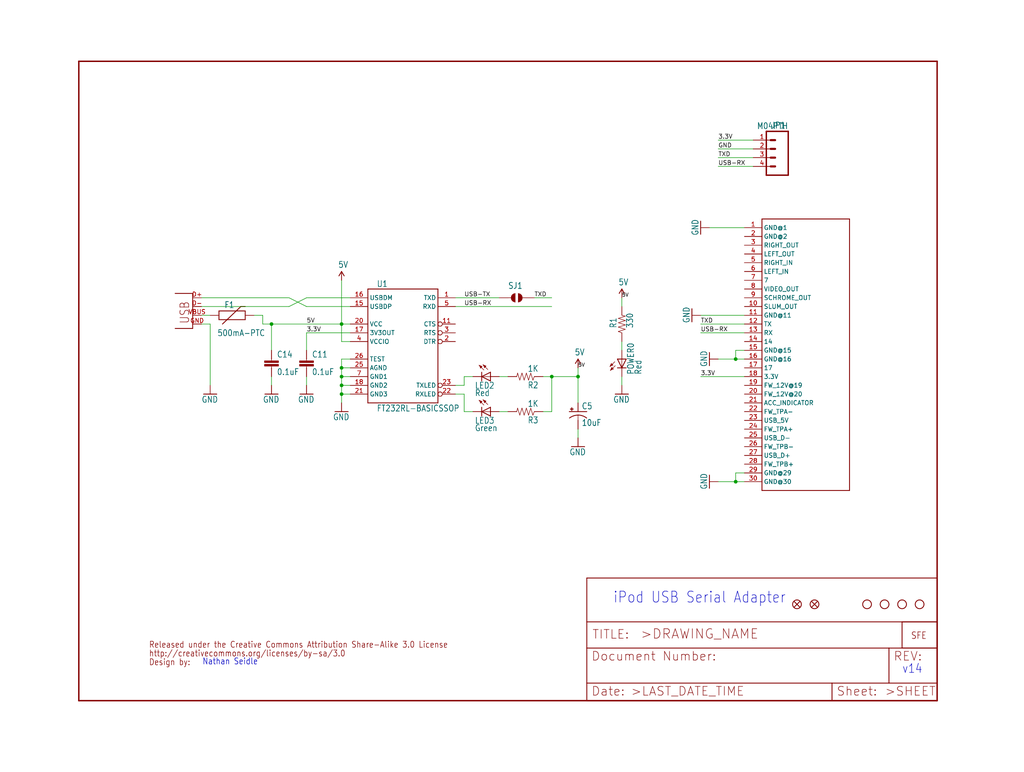
<source format=kicad_sch>
(kicad_sch (version 20211123) (generator eeschema)
  (paper "User" 297.002 223.926)
  (lib_symbols
    (symbol "schematicEagle-eagle-import:5V" (power)
      (property "Value" "5V" (at -1.016 3.556 0))
      (symbol "5V_1_0"
        (polyline (pts (xy 0 2.54) (xy -0.762 1.27)) (stroke (width 0.254)))
        (polyline (pts (xy 0.762 1.27) (xy 0 2.54)) (stroke (width 0.254)))
        (pin power_in line (at 0 0 90) (length 2.54) (name "5V") (number "1"))
      )
    )
    (symbol "schematicEagle-eagle-import:CAP0402"
      (property "Reference" "C" (at 1.524 2.921 0))
      (property "Value" "CAP0402" (at 1.524 -2.159 0))
      (symbol "CAP0402_1_0"
        (rectangle (start -2.032 0.508) (end 2.032 1.016) (fill (type outline)))
        (rectangle (start -2.032 1.524) (end 2.032 2.032) (fill (type outline)))
        (polyline (pts (xy 0 0) (xy 0 0.508)) (stroke (width 0.1524)))
        (polyline (pts (xy 0 2.54) (xy 0 2.032)) (stroke (width 0.1524)))
        (pin passive line (at 0 5.08 270) (length 2.54) (name "1") (number "1"))
        (pin passive line (at 0 -2.54 90) (length 2.54) (name "2") (number "2"))
      )
    )
    (symbol "schematicEagle-eagle-import:CAP_POL1206"
      (property "Reference" "C" (at 1.016 0.635 0))
      (property "Value" "CAP_POL1206" (at 1.016 -4.191 0))
      (symbol "CAP_POL1206_1_0"
        (rectangle (start -2.253 0.668) (end -1.364 0.795) (fill (type outline)))
        (rectangle (start -1.872 0.287) (end -1.745 1.176) (fill (type outline)))
        (arc (start 0 -1.0161) (mid -1.3021 -1.2302) (end -2.4669 -1.8504) (stroke (width 0.254)))
        (polyline (pts (xy -2.54 0) (xy 2.54 0)) (stroke (width 0.254)))
        (polyline (pts (xy 0 -1.016) (xy 0 -2.54)) (stroke (width 0.1524)))
        (arc (start 2.4892 -1.8542) (mid 1.3158 -1.2195) (end 0 -1) (stroke (width 0.254)))
        (pin passive line (at 0 2.54 270) (length 2.54) (name "+") (number "A"))
        (pin passive line (at 0 -5.08 90) (length 2.54) (name "-") (number "C"))
      )
    )
    (symbol "schematicEagle-eagle-import:CREATIVE_COMMONS"
      (symbol "CREATIVE_COMMONS_1_0"
        (text "Design by:" (at 0 0 0) (effects (font (size 1.778 1.5113)) (justify left bottom)))
        (text "http://creativecommons.org/licenses/by-sa/3.0" (at 0 2.54 0) (effects (font (size 1.778 1.5113)) (justify left bottom)))
        (text "Released under the Creative Commons Attribution Share-Alike 3.0 License" (at 0 5.08 0) (effects (font (size 1.778 1.5113)) (justify left bottom)))
      )
    )
    (symbol "schematicEagle-eagle-import:FIDUCIAL1X2"
      (symbol "FIDUCIAL1X2_1_0"
        (polyline (pts (xy -0.762 0.762) (xy 0.762 -0.762)) (stroke (width 0.254)))
        (polyline (pts (xy 0.762 0.762) (xy -0.762 -0.762)) (stroke (width 0.254)))
        (circle (center 0 0) (radius 1.27) (stroke (width 0.254)))
      )
    )
    (symbol "schematicEagle-eagle-import:FRAME-LETTER"
      (symbol "FRAME-LETTER_1_0"
        (polyline (pts (xy 0 0) (xy 248.92 0)) (stroke (width 0.4064)))
        (polyline (pts (xy 0 185.42) (xy 0 0)) (stroke (width 0.4064)))
        (polyline (pts (xy 0 185.42) (xy 248.92 185.42)) (stroke (width 0.4064)))
        (polyline (pts (xy 248.92 185.42) (xy 248.92 0)) (stroke (width 0.4064)))
      )
      (symbol "FRAME-LETTER_2_0"
        (polyline (pts (xy 0 0) (xy 0 5.08)) (stroke (width 0.254)))
        (polyline (pts (xy 0 0) (xy 71.12 0)) (stroke (width 0.254)))
        (polyline (pts (xy 0 5.08) (xy 0 15.24)) (stroke (width 0.254)))
        (polyline (pts (xy 0 5.08) (xy 71.12 5.08)) (stroke (width 0.254)))
        (polyline (pts (xy 0 15.24) (xy 0 22.86)) (stroke (width 0.254)))
        (polyline (pts (xy 0 22.86) (xy 0 35.56)) (stroke (width 0.254)))
        (polyline (pts (xy 0 22.86) (xy 101.6 22.86)) (stroke (width 0.254)))
        (polyline (pts (xy 71.12 0) (xy 101.6 0)) (stroke (width 0.254)))
        (polyline (pts (xy 71.12 5.08) (xy 71.12 0)) (stroke (width 0.254)))
        (polyline (pts (xy 71.12 5.08) (xy 87.63 5.08)) (stroke (width 0.254)))
        (polyline (pts (xy 87.63 5.08) (xy 101.6 5.08)) (stroke (width 0.254)))
        (polyline (pts (xy 87.63 15.24) (xy 0 15.24)) (stroke (width 0.254)))
        (polyline (pts (xy 87.63 15.24) (xy 87.63 5.08)) (stroke (width 0.254)))
        (polyline (pts (xy 101.6 5.08) (xy 101.6 0)) (stroke (width 0.254)))
        (polyline (pts (xy 101.6 15.24) (xy 87.63 15.24)) (stroke (width 0.254)))
        (polyline (pts (xy 101.6 15.24) (xy 101.6 5.08)) (stroke (width 0.254)))
        (polyline (pts (xy 101.6 22.86) (xy 101.6 15.24)) (stroke (width 0.254)))
        (polyline (pts (xy 101.6 35.56) (xy 0 35.56)) (stroke (width 0.254)))
        (polyline (pts (xy 101.6 35.56) (xy 101.6 22.86)) (stroke (width 0.254)))
        (text ">DRAWING_NAME" (at 15.494 17.78 0) (effects (font (size 2.7432 2.7432)) (justify left bottom)))
        (text ">LAST_DATE_TIME" (at 12.7 1.27 0) (effects (font (size 2.54 2.54)) (justify left bottom)))
        (text ">SHEET" (at 86.36 1.27 0) (effects (font (size 2.54 2.54)) (justify left bottom)))
        (text "Date:" (at 1.27 1.27 0) (effects (font (size 2.54 2.54)) (justify left bottom)))
        (text "Document Number:" (at 1.27 11.43 0) (effects (font (size 2.54 2.54)) (justify left bottom)))
        (text "REV:" (at 88.9 11.43 0) (effects (font (size 2.54 2.54)) (justify left bottom)))
        (text "Sheet:" (at 72.39 1.27 0) (effects (font (size 2.54 2.54)) (justify left bottom)))
        (text "TITLE:" (at 1.524 17.78 0) (effects (font (size 2.54 2.54)) (justify left bottom)))
      )
    )
    (symbol "schematicEagle-eagle-import:FT232RL-BASICSSOP"
      (property "Value" "FT232RL-BASICSSOP" (at -7.62 -20.32 0))
      (symbol "FT232RL-BASICSSOP_1_0"
        (polyline (pts (xy -10.16 -17.78) (xy -10.16 15.24)) (stroke (width 0.254)))
        (polyline (pts (xy -10.16 15.24) (xy 10.16 15.24)) (stroke (width 0.254)))
        (polyline (pts (xy 10.16 -17.78) (xy -10.16 -17.78)) (stroke (width 0.254)))
        (polyline (pts (xy 10.16 15.24) (xy 10.16 -17.78)) (stroke (width 0.254)))
        (pin output line (at 15.24 12.7 180) (length 5.08) (name "TXD") (number "1"))
        (pin bidirectional inverted (at 15.24 5.08 180) (length 5.08) (name "CTS") (number "11"))
        (pin bidirectional line (at -15.24 10.16 0) (length 5.08) (name "USBDP") (number "15"))
        (pin bidirectional line (at -15.24 12.7 0) (length 5.08) (name "USBDM") (number "16"))
        (pin output line (at -15.24 2.54 0) (length 5.08) (name "3V3OUT") (number "17"))
        (pin power_in line (at -15.24 -12.7 0) (length 5.08) (name "GND2") (number "18"))
        (pin bidirectional inverted (at 15.24 0 180) (length 5.08) (name "DTR") (number "2"))
        (pin power_in line (at -15.24 5.08 0) (length 5.08) (name "VCC") (number "20"))
        (pin power_in line (at -15.24 -15.24 0) (length 5.08) (name "GND3") (number "21"))
        (pin bidirectional inverted (at 15.24 -15.24 180) (length 5.08) (name "RXLED") (number "22"))
        (pin bidirectional inverted (at 15.24 -12.7 180) (length 5.08) (name "TXLED") (number "23"))
        (pin power_in line (at -15.24 -7.62 0) (length 5.08) (name "AGND") (number "25"))
        (pin input line (at -15.24 -5.08 0) (length 5.08) (name "TEST") (number "26"))
        (pin bidirectional inverted (at 15.24 2.54 180) (length 5.08) (name "RTS") (number "3"))
        (pin power_in line (at -15.24 0 0) (length 5.08) (name "VCCIO") (number "4"))
        (pin input line (at 15.24 10.16 180) (length 5.08) (name "RXD") (number "5"))
        (pin power_in line (at -15.24 -10.16 0) (length 5.08) (name "GND1") (number "7"))
      )
    )
    (symbol "schematicEagle-eagle-import:GND" (power)
      (property "Value" "GND" (at -2.54 -2.54 0))
      (symbol "GND_1_0"
        (polyline (pts (xy -1.905 0) (xy 1.905 0)) (stroke (width 0.254)))
        (pin power_in line (at 0 2.54 270) (length 2.54) (name "GND") (number "1"))
      )
    )
    (symbol "schematicEagle-eagle-import:IPOD_CONNECTOR_FEMALE"
      (symbol "IPOD_CONNECTOR_FEMALE_1_0"
        (polyline (pts (xy -12.7 -40.64) (xy 12.7 -40.64)) (stroke (width 0.254)))
        (polyline (pts (xy -12.7 38.1) (xy -12.7 -40.64)) (stroke (width 0.254)))
        (polyline (pts (xy 12.7 -40.64) (xy 12.7 38.1)) (stroke (width 0.254)))
        (polyline (pts (xy 12.7 38.1) (xy -12.7 38.1)) (stroke (width 0.254)))
        (pin bidirectional line (at -17.78 35.56 0) (length 5.08) (name "GND@1") (number "1"))
        (pin bidirectional line (at -17.78 12.7 0) (length 5.08) (name "SLUM_OUT") (number "10"))
        (pin bidirectional line (at -17.78 10.16 0) (length 5.08) (name "GND@11") (number "11"))
        (pin bidirectional line (at -17.78 7.62 0) (length 5.08) (name "TX") (number "12"))
        (pin bidirectional line (at -17.78 5.08 0) (length 5.08) (name "RX") (number "13"))
        (pin bidirectional line (at -17.78 2.54 0) (length 5.08) (name "14") (number "14"))
        (pin bidirectional line (at -17.78 0 0) (length 5.08) (name "GND@15") (number "15"))
        (pin bidirectional line (at -17.78 -2.54 0) (length 5.08) (name "GND@16") (number "16"))
        (pin bidirectional line (at -17.78 -5.08 0) (length 5.08) (name "17") (number "17"))
        (pin bidirectional line (at -17.78 -7.62 0) (length 5.08) (name "3.3V") (number "18"))
        (pin bidirectional line (at -17.78 -10.16 0) (length 5.08) (name "FW_12V@19") (number "19"))
        (pin bidirectional line (at -17.78 33.02 0) (length 5.08) (name "GND@2") (number "2"))
        (pin bidirectional line (at -17.78 -12.7 0) (length 5.08) (name "FW_12V@20") (number "20"))
        (pin bidirectional line (at -17.78 -15.24 0) (length 5.08) (name "ACC_INDICATOR") (number "21"))
        (pin bidirectional line (at -17.78 -17.78 0) (length 5.08) (name "FW_TPA-") (number "22"))
        (pin bidirectional line (at -17.78 -20.32 0) (length 5.08) (name "USB_5V") (number "23"))
        (pin bidirectional line (at -17.78 -22.86 0) (length 5.08) (name "FW_TPA+") (number "24"))
        (pin bidirectional line (at -17.78 -25.4 0) (length 5.08) (name "USB_D-") (number "25"))
        (pin bidirectional line (at -17.78 -27.94 0) (length 5.08) (name "FW_TPB-") (number "26"))
        (pin bidirectional line (at -17.78 -30.48 0) (length 5.08) (name "USB_D+") (number "27"))
        (pin bidirectional line (at -17.78 -33.02 0) (length 5.08) (name "FW_TPB+") (number "28"))
        (pin bidirectional line (at -17.78 -35.56 0) (length 5.08) (name "GND@29") (number "29"))
        (pin bidirectional line (at -17.78 30.48 0) (length 5.08) (name "RIGHT_OUT") (number "3"))
        (pin bidirectional line (at -17.78 -38.1 0) (length 5.08) (name "GND@30") (number "30"))
        (pin bidirectional line (at -17.78 27.94 0) (length 5.08) (name "LEFT_OUT") (number "4"))
        (pin bidirectional line (at -17.78 25.4 0) (length 5.08) (name "RIGHT_IN") (number "5"))
        (pin bidirectional line (at -17.78 22.86 0) (length 5.08) (name "LEFT_IN") (number "6"))
        (pin bidirectional line (at -17.78 20.32 0) (length 5.08) (name "7") (number "7"))
        (pin bidirectional line (at -17.78 17.78 0) (length 5.08) (name "VIDEO_OUT") (number "8"))
        (pin bidirectional line (at -17.78 15.24 0) (length 5.08) (name "SCHROME_OUT") (number "9"))
      )
    )
    (symbol "schematicEagle-eagle-import:LED0603"
      (property "Reference" "LED" (at 3.556 -4.572 90))
      (property "Value" "LED0603" (at 5.715 -4.572 90))
      (symbol "LED0603_1_0"
        (polyline (pts (xy -2.032 -0.762) (xy -3.429 -2.159)) (stroke (width 0.1524)))
        (polyline (pts (xy -1.905 -1.905) (xy -3.302 -3.302)) (stroke (width 0.1524)))
        (polyline (pts (xy 0 -2.54) (xy -1.27 -2.54)) (stroke (width 0.254)))
        (polyline (pts (xy 0 -2.54) (xy -1.27 0)) (stroke (width 0.254)))
        (polyline (pts (xy 0 0) (xy -1.27 0)) (stroke (width 0.254)))
        (polyline (pts (xy 0 0) (xy 0 -2.54)) (stroke (width 0.1524)))
        (polyline (pts (xy 1.27 -2.54) (xy 0 -2.54)) (stroke (width 0.254)))
        (polyline (pts (xy 1.27 0) (xy 0 -2.54)) (stroke (width 0.254)))
        (polyline (pts (xy 1.27 0) (xy 0 0)) (stroke (width 0.254)))
        (polyline (pts (xy -3.429 -2.159) (xy -3.048 -1.27) (xy -2.54 -1.778)) (fill (type outline)))
        (polyline (pts (xy -3.302 -3.302) (xy -2.921 -2.413) (xy -2.413 -2.921)) (fill (type outline)))
        (pin passive line (at 0 2.54 270) (length 2.54) (name "A") (number "A"))
        (pin passive line (at 0 -5.08 90) (length 2.54) (name "C") (number "C"))
      )
    )
    (symbol "schematicEagle-eagle-import:LOGO-SFENEW"
      (symbol "LOGO-SFENEW_1_0"
        (polyline (pts (xy -2.54 -2.54) (xy 7.62 -2.54)) (stroke (width 0.254)))
        (polyline (pts (xy -2.54 5.08) (xy -2.54 -2.54)) (stroke (width 0.254)))
        (polyline (pts (xy 7.62 -2.54) (xy 7.62 5.08)) (stroke (width 0.254)))
        (polyline (pts (xy 7.62 5.08) (xy -2.54 5.08)) (stroke (width 0.254)))
        (text "SFE" (at 0 0 0) (effects (font (size 1.9304 1.6408)) (justify left bottom)))
      )
    )
    (symbol "schematicEagle-eagle-import:M04PTH"
      (property "Reference" "JP" (at -5.08 8.382 0))
      (property "Value" "M04PTH" (at -5.08 -7.62 0))
      (symbol "M04PTH_1_0"
        (polyline (pts (xy -5.08 7.62) (xy -5.08 -5.08)) (stroke (width 0.4064)))
        (polyline (pts (xy -5.08 7.62) (xy 1.27 7.62)) (stroke (width 0.4064)))
        (polyline (pts (xy -1.27 -2.54) (xy 0 -2.54)) (stroke (width 0.6096)))
        (polyline (pts (xy -1.27 0) (xy 0 0)) (stroke (width 0.6096)))
        (polyline (pts (xy -1.27 2.54) (xy 0 2.54)) (stroke (width 0.6096)))
        (polyline (pts (xy -1.27 5.08) (xy 0 5.08)) (stroke (width 0.6096)))
        (polyline (pts (xy 1.27 -5.08) (xy -5.08 -5.08)) (stroke (width 0.4064)))
        (polyline (pts (xy 1.27 -5.08) (xy 1.27 7.62)) (stroke (width 0.4064)))
        (pin passive line (at 5.08 -2.54 180) (length 5.08) (name "1") (number "1"))
        (pin passive line (at 5.08 0 180) (length 5.08) (name "2") (number "2"))
        (pin passive line (at 5.08 2.54 180) (length 5.08) (name "3") (number "3"))
        (pin passive line (at 5.08 5.08 180) (length 5.08) (name "4") (number "4"))
      )
    )
    (symbol "schematicEagle-eagle-import:PTCSMD"
      (property "Reference" "F" (at -2.54 3.048 0))
      (property "Value" "PTCSMD" (at -3.302 -5.08 0))
      (symbol "PTCSMD_1_0"
        (polyline (pts (xy -2.54 -1.27) (xy -2.54 1.27)) (stroke (width 0.254)))
        (polyline (pts (xy -2.54 1.27) (xy 5.08 1.27)) (stroke (width 0.254)))
        (polyline (pts (xy -1.524 -2.54) (xy 3.81 2.54)) (stroke (width 0.254)))
        (polyline (pts (xy 3.81 2.54) (xy 5.08 2.54)) (stroke (width 0.254)))
        (polyline (pts (xy 5.08 -1.27) (xy -2.54 -1.27)) (stroke (width 0.254)))
        (polyline (pts (xy 5.08 1.27) (xy 5.08 -1.27)) (stroke (width 0.254)))
        (pin bidirectional line (at -5.08 0 0) (length 2.54) (name "1") (number "1"))
        (pin bidirectional line (at 7.62 0 180) (length 2.54) (name "2") (number "2"))
      )
    )
    (symbol "schematicEagle-eagle-import:RESISTOR0402"
      (property "Reference" "R" (at -3.81 1.4986 0))
      (property "Value" "RESISTOR0402" (at -3.81 -3.302 0))
      (symbol "RESISTOR0402_1_0"
        (polyline (pts (xy -2.54 0) (xy -2.159 1.016)) (stroke (width 0.1524)))
        (polyline (pts (xy -2.159 1.016) (xy -1.524 -1.016)) (stroke (width 0.1524)))
        (polyline (pts (xy -1.524 -1.016) (xy -0.889 1.016)) (stroke (width 0.1524)))
        (polyline (pts (xy -0.889 1.016) (xy -0.254 -1.016)) (stroke (width 0.1524)))
        (polyline (pts (xy -0.254 -1.016) (xy 0.381 1.016)) (stroke (width 0.1524)))
        (polyline (pts (xy 0.381 1.016) (xy 1.016 -1.016)) (stroke (width 0.1524)))
        (polyline (pts (xy 1.016 -1.016) (xy 1.651 1.016)) (stroke (width 0.1524)))
        (polyline (pts (xy 1.651 1.016) (xy 2.286 -1.016)) (stroke (width 0.1524)))
        (polyline (pts (xy 2.286 -1.016) (xy 2.54 0)) (stroke (width 0.1524)))
        (pin passive line (at -5.08 0 0) (length 2.54) (name "1") (number "1"))
        (pin passive line (at 5.08 0 180) (length 2.54) (name "2") (number "2"))
      )
    )
    (symbol "schematicEagle-eagle-import:SOLDERJUMPERNC2"
      (property "Reference" "SJ" (at -2.54 2.54 0))
      (symbol "SOLDERJUMPERNC2_1_0"
        (arc (start -0.381 1.2699) (mid -1.6508 0) (end -0.381 -1.2699) (stroke (width 0.0001)) (fill (type outline)))
        (polyline (pts (xy -2.54 0) (xy -1.651 0)) (stroke (width 0.1524)))
        (polyline (pts (xy 2.54 0) (xy 1.651 0)) (stroke (width 0.1524)))
        (arc (start 0.381 -1.2699) (mid 1.6508 0) (end 0.381 1.2699) (stroke (width 0.0001)) (fill (type outline)))
        (pin passive line (at -5.08 0 0) (length 2.54) (name "1") (number "1"))
        (pin passive line (at 5.08 0 180) (length 2.54) (name "2") (number "2"))
      )
    )
    (symbol "schematicEagle-eagle-import:STAND-OFF"
      (symbol "STAND-OFF_1_0"
        (circle (center 0 0) (radius 1.27) (stroke (width 0.254)))
      )
    )
    (symbol "schematicEagle-eagle-import:USBSMD"
      (symbol "USBSMD_1_0"
        (polyline (pts (xy 0 -1.27) (xy 5.08 -1.27)) (stroke (width 0.254)))
        (polyline (pts (xy 0 8.89) (xy 0 -1.27)) (stroke (width 0.254)))
        (polyline (pts (xy 5.08 8.89) (xy 0 8.89)) (stroke (width 0.254)))
        (text "USB" (at 3.81 0 900) (effects (font (size 2.54 2.159)) (justify left bottom)))
        (pin bidirectional line (at -2.54 7.62 0) (length 2.54) (name "D+") (number "D+"))
        (pin bidirectional line (at -2.54 5.08 0) (length 2.54) (name "D-") (number "D-"))
        (pin bidirectional line (at -2.54 0 0) (length 2.54) (name "GND") (number "GND"))
        (pin bidirectional line (at -2.54 2.54 0) (length 2.54) (name "VBUS") (number "VBUS"))
      )
    )
    (symbol "schematicEagle-eagle-import:VCC" (power)
      (property "Value" "VCC" (at -1.016 3.556 0))
      (symbol "VCC_1_0"
        (polyline (pts (xy 0 2.54) (xy -0.762 1.27)) (stroke (width 0.254)))
        (polyline (pts (xy 0.762 1.27) (xy 0 2.54)) (stroke (width 0.254)))
        (pin power_in line (at 0 0 90) (length 2.54) (name "VCC") (number "1"))
      )
    )
  )
  (junction (at 99.06 114.3))
  (junction (at 99.06 93.98))
  (junction (at 99.06 109.22))
  (junction (at 160.02 109.22))
  (junction (at 167.64 109.22))
  (junction (at 99.06 106.68))
  (junction (at 99.06 111.76))
  (junction (at 213.36 139.7))
  (junction (at 213.36 104.14))
  (junction (at 78.74 93.98))
  (wire (pts (xy 58.42 88.9) (xy 83.82 88.9)))
  (wire (pts (xy 215.9 109.22) (xy 203.2 109.22)))
  (wire (pts (xy 218.44 45.72) (xy 208.28 45.72)))
  (wire (pts (xy 154.94 86.36) (xy 160.02 86.36)))
  (wire (pts (xy 88.9 111.76) (xy 88.9 109.22)))
  (wire (pts (xy 180.34 86.36) (xy 180.34 88.9)))
  (wire (pts (xy 134.62 114.3) (xy 134.62 119.38)))
  (wire (pts (xy 101.6 104.14) (xy 99.06 104.14)))
  (wire (pts (xy 83.82 88.9) (xy 88.9 86.36)))
  (wire (pts (xy 132.08 114.3) (xy 134.62 114.3)))
  (wire (pts (xy 218.44 40.64) (xy 208.28 40.64)))
  (wire (pts (xy 101.6 99.06) (xy 99.06 99.06)))
  (wire (pts (xy 78.74 111.76) (xy 78.74 109.22)))
  (wire (pts (xy 205.74 66.04) (xy 215.9 66.04)))
  (wire (pts (xy 160.02 119.38) (xy 160.02 109.22)))
  (wire (pts (xy 218.44 48.26) (xy 208.28 48.26)))
  (wire (pts (xy 101.6 96.52) (xy 88.9 96.52)))
  (wire (pts (xy 76.2 91.44) (xy 76.2 93.98)))
  (wire (pts (xy 213.36 101.6) (xy 213.36 104.14)))
  (wire (pts (xy 78.74 101.6) (xy 78.74 93.98)))
  (wire (pts (xy 167.64 106.68) (xy 167.64 109.22)))
  (wire (pts (xy 76.2 93.98) (xy 78.74 93.98)))
  (wire (pts (xy 134.62 111.76) (xy 132.08 111.76)))
  (wire (pts (xy 213.36 104.14) (xy 208.28 104.14)))
  (wire (pts (xy 215.9 137.16) (xy 213.36 137.16)))
  (wire (pts (xy 99.06 93.98) (xy 99.06 81.28)))
  (wire (pts (xy 58.42 91.44) (xy 60.96 91.44)))
  (wire (pts (xy 215.9 91.44) (xy 203.2 91.44)))
  (wire (pts (xy 83.82 86.36) (xy 88.9 88.9)))
  (wire (pts (xy 101.6 114.3) (xy 99.06 114.3)))
  (wire (pts (xy 215.9 96.52) (xy 203.2 96.52)))
  (wire (pts (xy 99.06 104.14) (xy 99.06 106.68)))
  (wire (pts (xy 99.06 109.22) (xy 99.06 111.76)))
  (wire (pts (xy 99.06 93.98) (xy 101.6 93.98)))
  (wire (pts (xy 180.34 111.76) (xy 180.34 109.22)))
  (wire (pts (xy 213.36 137.16) (xy 213.36 139.7)))
  (wire (pts (xy 160.02 109.22) (xy 157.48 109.22)))
  (wire (pts (xy 88.9 88.9) (xy 101.6 88.9)))
  (wire (pts (xy 160.02 109.22) (xy 167.64 109.22)))
  (wire (pts (xy 147.32 109.22) (xy 144.78 109.22)))
  (wire (pts (xy 99.06 106.68) (xy 99.06 109.22)))
  (wire (pts (xy 134.62 119.38) (xy 137.16 119.38)))
  (wire (pts (xy 78.74 93.98) (xy 99.06 93.98)))
  (wire (pts (xy 99.06 114.3) (xy 99.06 116.84)))
  (wire (pts (xy 101.6 111.76) (xy 99.06 111.76)))
  (wire (pts (xy 134.62 109.22) (xy 134.62 111.76)))
  (wire (pts (xy 180.34 101.6) (xy 180.34 99.06)))
  (wire (pts (xy 101.6 106.68) (xy 99.06 106.68)))
  (wire (pts (xy 218.44 43.18) (xy 208.28 43.18)))
  (wire (pts (xy 132.08 86.36) (xy 144.78 86.36)))
  (wire (pts (xy 88.9 96.52) (xy 88.9 101.6)))
  (wire (pts (xy 137.16 109.22) (xy 134.62 109.22)))
  (wire (pts (xy 58.42 93.98) (xy 60.96 93.98)))
  (wire (pts (xy 60.96 93.98) (xy 60.96 111.76)))
  (wire (pts (xy 147.32 119.38) (xy 144.78 119.38)))
  (wire (pts (xy 99.06 111.76) (xy 99.06 114.3)))
  (wire (pts (xy 157.48 119.38) (xy 160.02 119.38)))
  (wire (pts (xy 167.64 109.22) (xy 167.64 116.84)))
  (wire (pts (xy 58.42 86.36) (xy 83.82 86.36)))
  (wire (pts (xy 132.08 88.9) (xy 160.02 88.9)))
  (wire (pts (xy 101.6 109.22) (xy 99.06 109.22)))
  (wire (pts (xy 215.9 101.6) (xy 213.36 101.6)))
  (wire (pts (xy 215.9 104.14) (xy 213.36 104.14)))
  (wire (pts (xy 167.64 124.46) (xy 167.64 127)))
  (wire (pts (xy 215.9 93.98) (xy 203.2 93.98)))
  (wire (pts (xy 215.9 139.7) (xy 213.36 139.7)))
  (wire (pts (xy 73.66 91.44) (xy 76.2 91.44)))
  (wire (pts (xy 99.06 99.06) (xy 99.06 93.98)))
  (wire (pts (xy 88.9 86.36) (xy 101.6 86.36)))
  (wire (pts (xy 213.36 139.7) (xy 208.28 139.7)))
  (text "v14" (at 261.62 195.58 180) (effects (font (size 2.54 2.159)) (justify left bottom)))
  (text "iPod USB Serial Adapter" (at 177.8 175.26 180) (effects (font (size 3.175 2.6987)) (justify left bottom)))
  (text "Nathan Seidle" (at 58.674 193.04 180) (effects (font (size 1.778 1.5113)) (justify left bottom)))
  (label "GND" (at 208.28 43.18 0) (effects (font (size 1.2446 1.2446))))
  (label "USB-RX" (at 203.2 96.52 0) (effects (font (size 1.2446 1.2446))))
  (label "3.3V" (at 203.2 109.22 0) (effects (font (size 1.2446 1.2446))))
  (label "3.3V" (at 208.28 40.64 0) (effects (font (size 1.2446 1.2446))))
  (label "5V" (at 180.34 86.36 0) (effects (font (size 1.016 1.016))))
  (label "5V" (at 167.64 106.68 0) (effects (font (size 1.016 1.016))))
  (label "TXD" (at 203.2 93.98 0) (effects (font (size 1.2446 1.2446))))
  (label "USB-RX" (at 134.62 88.9 0) (effects (font (size 1.2446 1.2446))))
  (label "3.3V" (at 88.9 96.52 0) (effects (font (size 1.2446 1.2446))))
  (label "TXD" (at 208.28 45.72 0) (effects (font (size 1.2446 1.2446))))
  (label "5V" (at 88.9 93.98 0) (effects (font (size 1.2446 1.2446))))
  (label "USB-RX" (at 208.28 48.26 0) (effects (font (size 1.2446 1.2446))))
  (label "TXD" (at 154.94 86.36 0) (effects (font (size 1.2446 1.2446))))
  (label "USB-TX" (at 134.62 86.36 0) (effects (font (size 1.2446 1.2446))))
  (symbol (lib_id "schematicEagle-eagle-import:M04PTH") (at 223.52 43.18 180) (unit 1)
    (property "Reference" "JP1" (at 223.52 37.338 0) (effects (font (size 1.778 1.5113)) (justify right top)))
    (property "Value" "M04PTH" (at 228.6 35.56 0) (effects (font (size 1.778 1.5113)) (justify left bottom)))
    (property "Footprint" "schematicEagle:1X04" (effects hide))
  )
  (symbol (lib_id "schematicEagle-eagle-import:RESISTOR0402") (at 152.4 119.38 180) (unit 1)
    (property "Reference" "R3" (at 156.21 120.8786 0) (effects (font (size 1.778 1.5113)) (justify left bottom)))
    (property "Value" "1K" (at 156.21 116.078 0) (effects (font (size 1.778 1.5113)) (justify left bottom)))
    (property "Footprint" "schematicEagle:C0402" (effects hide))
  )
  (symbol (lib_id "schematicEagle-eagle-import:STAND-OFF") (at 256.54 175.26 0) (unit 1)
    (property "Reference" "U$6" (effects hide))
    (property "Value" "STAND-OFF" (effects hide))
    (property "Footprint" "schematicEagle:STAND-OFF" (effects hide))
  )
  (symbol (lib_id "schematicEagle-eagle-import:5V") (at 99.06 81.28 0) (unit 1)
    (property "Reference" "#U$14" (effects hide))
    (property "Value" "5V" (at 98.044 77.724 0) (effects (font (size 1.778 1.5113)) (justify left bottom)))
    (property "Footprint" "schematicEagle:" (effects hide))
  )
  (symbol (lib_id "schematicEagle-eagle-import:VCC") (at 167.64 106.68 0) (unit 1)
    (property "Reference" "#P+3" (effects hide))
    (property "Value" "5V" (at 166.624 103.124 0) (effects (font (size 1.778 1.5113)) (justify left bottom)))
    (property "Footprint" "schematicEagle:" (effects hide))
  )
  (symbol (lib_id "schematicEagle-eagle-import:GND") (at 60.96 114.3 0) (unit 1)
    (property "Reference" "#GND18" (effects hide))
    (property "Value" "GND" (at 58.42 116.84 0) (effects (font (size 1.778 1.5113)) (justify left bottom)))
    (property "Footprint" "schematicEagle:" (effects hide))
  )
  (symbol (lib_id "schematicEagle-eagle-import:RESISTOR0402") (at 180.34 93.98 90) (unit 1)
    (property "Reference" "R1" (at 178.8414 95.25 0) (effects (font (size 1.778 1.5113)) (justify left bottom)))
    (property "Value" "330" (at 183.642 95.25 0) (effects (font (size 1.778 1.5113)) (justify left bottom)))
    (property "Footprint" "schematicEagle:C0402" (effects hide))
  )
  (symbol (lib_id "schematicEagle-eagle-import:CAP_POL1206") (at 167.64 119.38 0) (unit 1)
    (property "Reference" "C5" (at 168.656 118.745 0) (effects (font (size 1.778 1.5113)) (justify left bottom)))
    (property "Value" "10uF" (at 168.656 123.571 0) (effects (font (size 1.778 1.5113)) (justify left bottom)))
    (property "Footprint" "schematicEagle:EIA3216" (effects hide))
  )
  (symbol (lib_id "schematicEagle-eagle-import:GND") (at 203.2 66.04 270) (unit 1)
    (property "Reference" "#GND8" (effects hide))
    (property "Value" "GND" (at 200.66 63.5 0) (effects (font (size 1.778 1.5113)) (justify left bottom)))
    (property "Footprint" "schematicEagle:" (effects hide))
  )
  (symbol (lib_id "schematicEagle-eagle-import:GND") (at 180.34 114.3 0) (unit 1)
    (property "Reference" "#GND10" (effects hide))
    (property "Value" "GND" (at 177.8 116.84 0) (effects (font (size 1.778 1.5113)) (justify left bottom)))
    (property "Footprint" "schematicEagle:" (effects hide))
  )
  (symbol (lib_id "schematicEagle-eagle-import:GND") (at 205.74 139.7 270) (unit 1)
    (property "Reference" "#GND7" (effects hide))
    (property "Value" "GND" (at 203.2 137.16 0) (effects (font (size 1.778 1.5113)) (justify left bottom)))
    (property "Footprint" "schematicEagle:" (effects hide))
  )
  (symbol (lib_id "schematicEagle-eagle-import:FT232RL-BASICSSOP") (at 116.84 99.06 0) (unit 1)
    (property "Reference" "U1" (at 109.22 83.312 0) (effects (font (size 1.778 1.5113)) (justify left bottom)))
    (property "Value" "FT232RL-BASICSSOP" (at 109.22 119.38 0) (effects (font (size 1.778 1.5113)) (justify left bottom)))
    (property "Footprint" "schematicEagle:SSOP28DB" (effects hide))
  )
  (symbol (lib_id "schematicEagle-eagle-import:SOLDERJUMPERNC2") (at 149.86 86.36 0) (unit 1)
    (property "Reference" "SJ1" (at 147.32 83.82 0) (effects (font (size 1.778 1.5113)) (justify left bottom)))
    (property "Value" "SOLDERJUMPERNC2" (effects hide))
    (property "Footprint" "schematicEagle:SJ_2S" (effects hide))
  )
  (symbol (lib_id "schematicEagle-eagle-import:STAND-OFF") (at 261.62 175.26 0) (unit 1)
    (property "Reference" "U$5" (effects hide))
    (property "Value" "STAND-OFF" (effects hide))
    (property "Footprint" "schematicEagle:STAND-OFF" (effects hide))
  )
  (symbol (lib_id "schematicEagle-eagle-import:STAND-OFF") (at 266.7 175.26 0) (unit 1)
    (property "Reference" "U$1" (effects hide))
    (property "Value" "STAND-OFF" (effects hide))
    (property "Footprint" "schematicEagle:STAND-OFF" (effects hide))
  )
  (symbol (lib_id "schematicEagle-eagle-import:LED0603") (at 142.24 119.38 270) (unit 1)
    (property "Reference" "LED3" (at 137.668 122.936 90) (effects (font (size 1.778 1.5113)) (justify left bottom)))
    (property "Value" "Green" (at 137.668 125.095 90) (effects (font (size 1.778 1.5113)) (justify left bottom)))
    (property "Footprint" "schematicEagle:LED-0603" (effects hide))
  )
  (symbol (lib_id "schematicEagle-eagle-import:CAP0402") (at 78.74 106.68 0) (unit 1)
    (property "Reference" "C14" (at 80.264 103.759 0) (effects (font (size 1.778 1.5113)) (justify left bottom)))
    (property "Value" "0.1uF" (at 80.264 108.839 0) (effects (font (size 1.778 1.5113)) (justify left bottom)))
    (property "Footprint" "schematicEagle:C0402" (effects hide))
  )
  (symbol (lib_id "schematicEagle-eagle-import:USBSMD") (at 55.88 93.98 0) (mirror y) (unit 1)
    (property "Reference" "X1" (effects hide))
    (property "Value" "USBSMD" (effects hide))
    (property "Footprint" "schematicEagle:USB-MINIB" (effects hide))
  )
  (symbol (lib_id "schematicEagle-eagle-import:PTCSMD") (at 66.04 91.44 0) (unit 1)
    (property "Reference" "F1" (at 65.024 89.408 0) (effects (font (size 1.778 1.5113)) (justify left bottom)))
    (property "Value" "500mA-PTC" (at 62.992 97.536 0) (effects (font (size 1.778 1.5113)) (justify left bottom)))
    (property "Footprint" "schematicEagle:PTC-1206" (effects hide))
  )
  (symbol (lib_id "schematicEagle-eagle-import:FIDUCIAL1X2") (at 236.22 175.26 0) (unit 1)
    (property "Reference" "U$8" (effects hide))
    (property "Value" "FIDUCIAL1X2" (effects hide))
    (property "Footprint" "schematicEagle:FIDUCIAL-1X2" (effects hide))
  )
  (symbol (lib_id "schematicEagle-eagle-import:LED0603") (at 180.34 104.14 0) (unit 1)
    (property "Reference" "POWER0" (at 183.896 108.712 90) (effects (font (size 1.778 1.5113)) (justify left bottom)))
    (property "Value" "Red" (at 186.055 108.712 90) (effects (font (size 1.778 1.5113)) (justify left bottom)))
    (property "Footprint" "schematicEagle:LED-0603" (effects hide))
  )
  (symbol (lib_id "schematicEagle-eagle-import:FIDUCIAL1X2") (at 231.14 175.26 0) (unit 1)
    (property "Reference" "U$4" (effects hide))
    (property "Value" "FIDUCIAL1X2" (effects hide))
    (property "Footprint" "schematicEagle:FIDUCIAL-1X2" (effects hide))
  )
  (symbol (lib_id "schematicEagle-eagle-import:GND") (at 167.64 129.54 0) (unit 1)
    (property "Reference" "#GND3" (effects hide))
    (property "Value" "GND" (at 165.1 132.08 0) (effects (font (size 1.778 1.5113)) (justify left bottom)))
    (property "Footprint" "schematicEagle:" (effects hide))
  )
  (symbol (lib_id "schematicEagle-eagle-import:IPOD_CONNECTOR_FEMALE") (at 233.68 101.6 0) (unit 1)
    (property "Reference" "U$2" (effects hide))
    (property "Value" "IPOD_CONNECTOR_FEMALE" (effects hide))
    (property "Footprint" "schematicEagle:IPOD_FEMALE_CONNECTOR" (effects hide))
  )
  (symbol (lib_id "schematicEagle-eagle-import:FRAME-LETTER") (at 22.86 203.2 0) (unit 1)
    (property "Reference" "#FRAME1" (effects hide))
    (property "Value" "FRAME-LETTER" (effects hide))
    (property "Footprint" "schematicEagle:" (effects hide))
  )
  (symbol (lib_id "schematicEagle-eagle-import:CREATIVE_COMMONS") (at 43.18 193.04 0) (unit 1)
    (property "Reference" "U$9" (effects hide))
    (property "Value" "CREATIVE_COMMONS" (effects hide))
    (property "Footprint" "schematicEagle:CREATIVE_COMMONS" (effects hide))
  )
  (symbol (lib_id "schematicEagle-eagle-import:VCC") (at 180.34 86.36 0) (unit 1)
    (property "Reference" "#P+1" (effects hide))
    (property "Value" "5V" (at 179.324 82.804 0) (effects (font (size 1.778 1.5113)) (justify left bottom)))
    (property "Footprint" "schematicEagle:" (effects hide))
  )
  (symbol (lib_id "schematicEagle-eagle-import:GND") (at 200.66 91.44 270) (unit 1)
    (property "Reference" "#GND9" (effects hide))
    (property "Value" "GND" (at 198.12 88.9 0) (effects (font (size 1.778 1.5113)) (justify left bottom)))
    (property "Footprint" "schematicEagle:" (effects hide))
  )
  (symbol (lib_id "schematicEagle-eagle-import:STAND-OFF") (at 251.46 175.26 0) (unit 1)
    (property "Reference" "U$7" (effects hide))
    (property "Value" "STAND-OFF" (effects hide))
    (property "Footprint" "schematicEagle:STAND-OFF" (effects hide))
  )
  (symbol (lib_id "schematicEagle-eagle-import:RESISTOR0402") (at 152.4 109.22 180) (unit 1)
    (property "Reference" "R2" (at 156.21 110.7186 0) (effects (font (size 1.778 1.5113)) (justify left bottom)))
    (property "Value" "1K" (at 156.21 105.918 0) (effects (font (size 1.778 1.5113)) (justify left bottom)))
    (property "Footprint" "schematicEagle:C0402" (effects hide))
  )
  (symbol (lib_id "schematicEagle-eagle-import:LOGO-SFENEW") (at 264.16 185.42 0) (unit 1)
    (property "Reference" "U$3" (effects hide))
    (property "Value" "LOGO-SFENEW" (effects hide))
    (property "Footprint" "schematicEagle:SFE-NEW-WEBLOGO" (effects hide))
  )
  (symbol (lib_id "schematicEagle-eagle-import:CAP0402") (at 88.9 106.68 0) (unit 1)
    (property "Reference" "C11" (at 90.424 103.759 0) (effects (font (size 1.778 1.5113)) (justify left bottom)))
    (property "Value" "0.1uF" (at 90.424 108.839 0) (effects (font (size 1.778 1.5113)) (justify left bottom)))
    (property "Footprint" "schematicEagle:C0402" (effects hide))
  )
  (symbol (lib_id "schematicEagle-eagle-import:GND") (at 88.9 114.3 0) (unit 1)
    (property "Reference" "#GND20" (effects hide))
    (property "Value" "GND" (at 86.36 116.84 0) (effects (font (size 1.778 1.5113)) (justify left bottom)))
    (property "Footprint" "schematicEagle:" (effects hide))
  )
  (symbol (lib_id "schematicEagle-eagle-import:GND") (at 99.06 119.38 0) (unit 1)
    (property "Reference" "#GND21" (effects hide))
    (property "Value" "GND" (at 96.52 121.92 0) (effects (font (size 1.778 1.5113)) (justify left bottom)))
    (property "Footprint" "schematicEagle:" (effects hide))
  )
  (symbol (lib_id "schematicEagle-eagle-import:GND") (at 205.74 104.14 270) (unit 1)
    (property "Reference" "#GND6" (effects hide))
    (property "Value" "GND" (at 203.2 101.6 0) (effects (font (size 1.778 1.5113)) (justify left bottom)))
    (property "Footprint" "schematicEagle:" (effects hide))
  )
  (symbol (lib_id "schematicEagle-eagle-import:LED0603") (at 142.24 109.22 270) (unit 1)
    (property "Reference" "LED2" (at 137.668 112.776 90) (effects (font (size 1.778 1.5113)) (justify left bottom)))
    (property "Value" "Red" (at 137.668 114.935 90) (effects (font (size 1.778 1.5113)) (justify left bottom)))
    (property "Footprint" "schematicEagle:LED-0603" (effects hide))
  )
  (symbol (lib_id "schematicEagle-eagle-import:FRAME-LETTER") (at 170.18 203.2 0) (unit 2)
    (property "Reference" "#FRAME1" (effects hide))
    (property "Value" "FRAME-LETTER" (effects hide))
    (property "Footprint" "schematicEagle:" (effects hide))
  )
  (symbol (lib_id "schematicEagle-eagle-import:GND") (at 78.74 114.3 0) (unit 1)
    (property "Reference" "#GND27" (effects hide))
    (property "Value" "GND" (at 76.2 116.84 0) (effects (font (size 1.778 1.5113)) (justify left bottom)))
    (property "Footprint" "schematicEagle:" (effects hide))
  )
)
</source>
